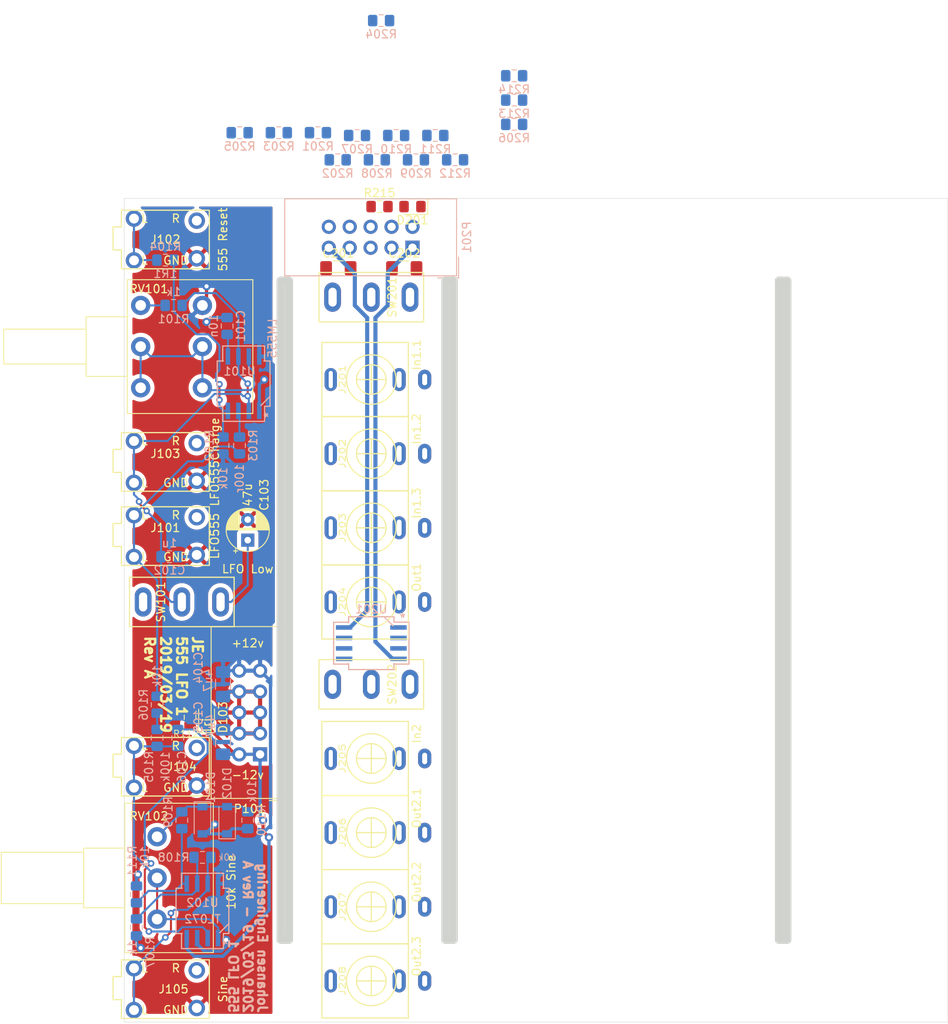
<source format=kicad_pcb>
(kicad_pcb (version 20171130) (host pcbnew "(5.1.0)-1")
  (title_block (title "LFO 1") (date 2019-03-18) (rev "Rev A") (company "Johansen Engineering"))
  (layers (0 F.Cu signal) (31 B.Cu signal) (34 B.Paste user) (35 F.Paste user) (36 B.SilkS user) (37 F.SilkS user) (38 B.Mask user) (39 F.Mask user) (44 Edge.Cuts user))
  (net 0 "")
  (net 1 GND)
  (net 2 "Net-(C101-Pad1)")
  (net 3 "Net-(C103-Pad1)")
  (net 4 "Net-(R101-Pad1)")
  (net 5 "Net-(R102-Pad1)")
  (net 6 +12V)
  (net 7 "Net-(R103-Pad2)")
  (net 8 "Net-(RV101-Pad2)")
  (net 9 -12V)
  (net 10 Charge)
  (net 11 Tri)
  (net 12 "Net-(C106-Pad2)")
  (net 13 "Net-(D101-Pad1)")
  (net 14 Square)
  (net 15 Reset)
  (net 16 Sine)
  (net 17 "Net-(R107-Pad2)")
  (net 18 "Net-(R109-Pad2)")
  (net 19 "Net-(J201-PadT)")
  (net 20 "Net-(J202-PadT)")
  (net 21 "Net-(J203-PadT)")
  (net 22 "Net-(J204-PadT)")
  (net 23 "Net-(J205-PadT)")
  (net 24 "Net-(J206-PadT)")
  (net 25 "Net-(J207-PadT)")
  (net 26 "Net-(J208-PadT)")
  (net 27 "Net-(R201-Pad1)")
  (net 28 Out1)
  (net 29 In1)
  (net 30 "Net-(R206-Pad2)")
  (net 31 "Net-(R208-Pad1)")
  (net 32 Out2)
  (net 33 In2)
  (net 34 "Net-(R212-Pad2)")
  (net 35 +12L)
  (net 36 -12VA)
  (net 37 "Net-(D103-Pad2)")
  (net 38 "Net-(D201-Pad2)")
  (module Capacitor_SMD:C_0805_2012Metric_Pad1.15x1.40mm_HandSolder (layer B.Cu) (at 62.5 65.5 90)
    (fp_text reference C101 (at 0 1.65 90) (layer B.SilkS) (effects (justify mirror)))
    (fp_text value 10n (at 0 -1.65 90) (layer B.SilkS) (effects (justify mirror)))
    (pad 2 smd roundrect (at 1.025 0 90) (size 1.15 1.4) (layers B.Cu B.Paste B.Mask) (roundrect_rratio 0.217391) (net 1 GND))
    (pad 1 smd roundrect (at -1.025 0 90) (size 1.15 1.4) (layers B.Cu B.Paste B.Mask) (roundrect_rratio 0.217391) (net 2 "Net-(C101-Pad1)"))
  )
  (module Capacitor_SMD:C_0805_2012Metric_Pad1.15x1.40mm_HandSolder (layer B.Cu) (at 55.5 93.5)
    (fp_text reference C102 (at 0 1.65) (layer B.SilkS) (effects (justify mirror)))
    (fp_text value 1u (at 0 -1.65) (layer B.SilkS) (effects (justify mirror)))
    (pad 1 smd roundrect (at -1.025 0) (size 1.15 1.4) (layers B.Cu B.Paste B.Mask) (roundrect_rratio 0.217391) (net 10 Charge))
    (pad 2 smd roundrect (at 1.025 0) (size 1.15 1.4) (layers B.Cu B.Paste B.Mask) (roundrect_rratio 0.217391) (net 1 GND))
  )
  (module Capacitor_THT:CP_Radial_D5.0mm_P2.50mm (layer F.Cu) (at 65 91.5 90)
    (fp_text reference C103 (at 5.5 2 90) (layer F.SilkS))
    (fp_text value 47u (at 5.5 0 90) (layer F.SilkS))
    (pad 1 thru_hole rect (at 0 0 90) (size 1.6 1.6) (drill 0.8) (layers *.Cu *.Mask) (net 3 "Net-(C103-Pad1)"))
    (pad 2 thru_hole circle (at 2.5 0 90) (size 1.6 1.6) (drill 0.8) (layers *.Cu *.Mask) (net 1 GND))
  )
  (module Resistor_SMD:R_0805_2012Metric_Pad1.15x1.40mm_HandSolder (layer B.Cu) (at 56 63)
    (fp_text reference R101 (at 0 1.65) (layer B.SilkS) (effects (justify mirror)))
    (fp_text value 1k (at 0 -1.65) (layer B.SilkS) (effects (justify mirror)))
    (pad 1 smd roundrect (at -1.025 0) (size 1.15 1.4) (layers B.Cu B.Paste B.Mask) (roundrect_rratio 0.217391) (net 4 "Net-(R101-Pad1)"))
    (pad 2 smd roundrect (at 1.025 0) (size 1.15 1.4) (layers B.Cu B.Paste B.Mask) (roundrect_rratio 0.217391) (net 10 Charge))
  )
  (module Resistor_SMD:R_0805_2012Metric_Pad1.15x1.40mm_HandSolder (layer B.Cu) (at 62 80 270)
    (fp_text reference R102 (at 0 1.65 270) (layer B.SilkS) (effects (justify mirror)))
    (fp_text value 10k (at 4 0 270) (layer B.SilkS) (effects (justify mirror)))
    (pad 1 smd roundrect (at -1.025 0 270) (size 1.15 1.4) (layers B.Cu B.Paste B.Mask) (roundrect_rratio 0.217391) (net 5 "Net-(R102-Pad1)"))
    (pad 2 smd roundrect (at 1.025 0 270) (size 1.15 1.4) (layers B.Cu B.Paste B.Mask) (roundrect_rratio 0.217391) (net 6 +12V))
  )
  (module Resistor_SMD:R_0805_2012Metric_Pad1.15x1.40mm_HandSolder (layer B.Cu) (at 64 80 90)
    (fp_text reference R103 (at 0 1.65 90) (layer B.SilkS) (effects (justify mirror)))
    (fp_text value 100r (at -4 0 90) (layer B.SilkS) (effects (justify mirror)))
    (pad 2 smd roundrect (at 1.025 0 90) (size 1.15 1.4) (layers B.Cu B.Paste B.Mask) (roundrect_rratio 0.217391) (net 7 "Net-(R103-Pad2)"))
    (pad 1 smd roundrect (at -1.025 0 90) (size 1.15 1.4) (layers B.Cu B.Paste B.Mask) (roundrect_rratio 0.217391) (net 14 Square))
  )
  (module Resistor_SMD:R_0805_2012Metric_Pad1.15x1.40mm_HandSolder (layer B.Cu) (at 55 57.5 180)
    (fp_text reference R104 (at 0 1.65 180) (layer B.SilkS) (effects (justify mirror)))
    (fp_text value 1R1 (at 0 -1.65 180) (layer B.SilkS) (effects (justify mirror)))
    (pad 2 smd roundrect (at 1.025 0 180) (size 1.15 1.4) (layers B.Cu B.Paste B.Mask) (roundrect_rratio 0.217391) (net 15 Reset))
    (pad 1 smd roundrect (at -1.025 0 180) (size 1.15 1.4) (layers B.Cu B.Paste B.Mask) (roundrect_rratio 0.217391) (net 5 "Net-(R102-Pad1)"))
  )
  (module Potentiometer_THT:Potentiometer_Piher_T-16H_Double_Horizontal (layer F.Cu) (at 52 63 180)
    (fp_text reference RV101 (at -1 2 180) (layer F.SilkS))
    (fp_text value 200k)
    (pad 3 thru_hole circle (at 0 -10 180) (size 2.34 2.34) (drill 1.3) (layers *.Cu *.Mask) (net 8 "Net-(RV101-Pad2)"))
    (pad 2 thru_hole circle (at 0 -5 180) (size 2.34 2.34) (drill 1.3) (layers *.Cu *.Mask) (net 8 "Net-(RV101-Pad2)"))
    (pad 1 thru_hole circle (at 0 0 180) (size 2.34 2.34) (drill 1.3) (layers *.Cu *.Mask) (net 4 "Net-(R101-Pad1)"))
    (pad 6 thru_hole circle (at -7.5 -10 180) (size 2.34 2.34) (drill 1.3) (layers *.Cu *.Mask) (net 8 "Net-(RV101-Pad2)"))
    (pad 5 thru_hole circle (at -7.5 -5 180) (size 2.34 2.34) (drill 1.3) (layers *.Cu *.Mask) (net 8 "Net-(RV101-Pad2)"))
    (pad 4 thru_hole circle (at -7.5 0 180) (size 2.34 2.34) (drill 1.3) (layers *.Cu *.Mask) (net 6 +12V))
  )
  (module AJ-Dropbox-Kicad:AudioJack3StereoNarrow-PJ-321 (layer F.Cu) (at 55 91)
    (fp_text reference J101 (at 0 -1 180) (layer F.SilkS))
    (fp_text value LFO555 (at 6 0 90) (layer F.SilkS))
    (fp_text user GND (at 1.27 2.54) (layer F.SilkS))
    (fp_text user L (at -2.54 2.54) (layer F.SilkS))
    (fp_text user L (at -2.54 -2.54) (layer F.SilkS))
    (fp_text user R (at 1.27 -2.54) (layer F.SilkS))
    (pad S thru_hole circle (at 3.81 2.286) (size 2 2) (drill 1.2) (layers *.Cu *.Mask) (net 1 GND))
    (pad R thru_hole circle (at 3.81 -2.286) (size 2 2) (drill 1.2) (layers *.Cu *.Mask))
    (pad T thru_hole circle (at -3.81 2.54) (size 2 2) (drill 1.2) (layers *.Cu *.Mask) (net 14 Square))
    (pad T thru_hole circle (at -3.81 -2.54) (size 2 2) (drill 1.2) (layers *.Cu *.Mask) (net 14 Square))
  )
  (module AJ-Dropbox-Kicad:AudioJack3StereoNarrow-PJ-321 (layer F.Cu) (at 55 55)
    (fp_text reference J102 (at 0 0 180) (layer F.SilkS))
    (fp_text value "555 Reset" (at 7 0 90) (layer F.SilkS))
    (fp_text user R (at 1.27 -2.54) (layer F.SilkS))
    (fp_text user L (at -2.54 -2.54) (layer F.SilkS))
    (fp_text user L (at -2.54 2.54) (layer F.SilkS))
    (fp_text user GND (at 1.27 2.54) (layer F.SilkS))
    (pad T thru_hole circle (at -3.81 -2.54) (size 2 2) (drill 1.2) (layers *.Cu *.Mask) (net 15 Reset))
    (pad T thru_hole circle (at -3.81 2.54) (size 2 2) (drill 1.2) (layers *.Cu *.Mask) (net 15 Reset))
    (pad R thru_hole circle (at 3.81 -2.286) (size 2 2) (drill 1.2) (layers *.Cu *.Mask))
    (pad S thru_hole circle (at 3.81 2.286) (size 2 2) (drill 1.2) (layers *.Cu *.Mask) (net 1 GND))
  )
  (module AJ-Dropbox-Kicad:AudioJack3StereoNarrow-PJ-321 (layer F.Cu) (at 55 82)
    (fp_text reference J103 (at 0 -1 180) (layer F.SilkS))
    (fp_text value LFO555Charge (at 6 0 90) (layer F.SilkS))
    (fp_text user R (at 1.27 -2.54) (layer F.SilkS))
    (fp_text user L (at -2.54 -2.54) (layer F.SilkS))
    (fp_text user L (at -2.54 2.54) (layer F.SilkS))
    (fp_text user GND (at 1.27 2.54) (layer F.SilkS))
    (pad T thru_hole circle (at -3.81 -2.54) (size 2 2) (drill 1.2) (layers *.Cu *.Mask) (net 10 Charge))
    (pad T thru_hole circle (at -3.81 2.54) (size 2 2) (drill 1.2) (layers *.Cu *.Mask) (net 10 Charge))
    (pad R thru_hole circle (at 3.81 -2.286) (size 2 2) (drill 1.2) (layers *.Cu *.Mask))
    (pad S thru_hole circle (at 3.81 2.286) (size 2 2) (drill 1.2) (layers *.Cu *.Mask) (net 1 GND))
  )
  (module AJ-Dropbox-Kicad:SP1MS1 (layer F.Cu) (at 57 99 270)
    (fp_text reference SW101 (at 0 2.54 270) (layer F.SilkS))
    (fp_text value "LFO Low" (at -4 -8) (layer F.SilkS))
    (pad 3 thru_hole oval (at 0 -4.7 270) (size 3.556 2.032) (drill oval 2.3 1) (layers *.Cu *.Mask) (net 3 "Net-(C103-Pad1)"))
    (pad 2 thru_hole oval (at 0 0 270) (size 3.556 2.032) (drill oval 2.3 1) (layers *.Cu *.Mask) (net 10 Charge))
    (pad 1 thru_hole oval (at 0 4.7 270) (size 3.556 2.032) (drill oval 2.3 1) (layers *.Cu *.Mask))
  )
  (module AJ-Dropbox-Kicad:AJ_SO-8_5.3x6.2mm_P1.27mm (layer B.Cu) (at 64.5 72.5 90)
    (fp_text reference U101 (at 1.5 -0.5 180) (layer B.SilkS) (effects (justify mirror)))
    (fp_text value LM555 (at 5.5 3.5 270) (layer B.SilkS) (effects (justify mirror)))
    (fp_text user * (at -3.81 3.048 90) (layer B.SilkS) (effects (justify mirror)))
    (pad 1 smd rect (at -3.3 1.905 90) (size 2 0.55) (layers B.Cu B.Paste B.Mask) (net 1 GND))
    (pad 2 smd rect (at -3.3 0.635 90) (size 2 0.55) (layers B.Cu B.Paste B.Mask) (net 10 Charge))
    (pad 3 smd rect (at -3.3 -0.635 90) (size 2 0.55) (layers B.Cu B.Paste B.Mask) (net 7 "Net-(R103-Pad2)"))
    (pad 4 smd rect (at -3.3 -1.905 90) (size 2 0.55) (layers B.Cu B.Paste B.Mask) (net 5 "Net-(R102-Pad1)"))
    (pad 5 smd rect (at 3.3 -1.905 90) (size 2 0.55) (layers B.Cu B.Paste B.Mask) (net 2 "Net-(C101-Pad1)"))
    (pad 6 smd rect (at 3.3 -0.635 90) (size 2 0.55) (layers B.Cu B.Paste B.Mask) (net 10 Charge))
    (pad 7 smd rect (at 3.3 0.635 90) (size 2 0.55) (layers B.Cu B.Paste B.Mask) (net 8 "Net-(RV101-Pad2)"))
    (pad 8 smd rect (at 3.3 1.905 90) (size 2 0.55) (layers B.Cu B.Paste B.Mask) (net 6 +12V))
  )
  (module Connector_IDC:IDC-Header_2x05_P2.54mm_Vertical (layer F.Cu) (at 66.5 117.5 180)
    (fp_text reference P101 (at 1.27 -6.604 180) (layer F.SilkS))
    (fp_text value HEADER_2x5_Doepfer)
    (pad 1 thru_hole rect (at 0 0 180) (size 1.7272 1.7272) (drill 1.016) (layers *.Cu *.Mask) (net 9 -12V))
    (pad 2 thru_hole oval (at 2.54 0 180) (size 1.7272 1.7272) (drill 1.016) (layers *.Cu *.Mask) (net 9 -12V))
    (pad 3 thru_hole oval (at 0 2.54 180) (size 1.7272 1.7272) (drill 1.016) (layers *.Cu *.Mask) (net 1 GND))
    (pad 4 thru_hole oval (at 2.54 2.54 180) (size 1.7272 1.7272) (drill 1.016) (layers *.Cu *.Mask) (net 1 GND))
    (pad 5 thru_hole oval (at 0 5.08 180) (size 1.7272 1.7272) (drill 1.016) (layers *.Cu *.Mask) (net 1 GND))
    (pad 6 thru_hole oval (at 2.54 5.08 180) (size 1.7272 1.7272) (drill 1.016) (layers *.Cu *.Mask) (net 1 GND))
    (pad 7 thru_hole oval (at 0 7.62 180) (size 1.7272 1.7272) (drill 1.016) (layers *.Cu *.Mask) (net 1 GND))
    (pad 8 thru_hole oval (at 2.54 7.62 180) (size 1.7272 1.7272) (drill 1.016) (layers *.Cu *.Mask) (net 1 GND))
    (pad 9 thru_hole oval (at 0 10.16 180) (size 1.7272 1.7272) (drill 1.016) (layers *.Cu *.Mask) (net 6 +12V))
    (pad 10 thru_hole oval (at 2.54 10.16 180) (size 1.7272 1.7272) (drill 1.016) (layers *.Cu *.Mask) (net 6 +12V))
  )
  (module AJ-Dropbox-Kicad:AJ_SO-8_5.3x6.2mm_P1.27mm (layer B.Cu) (at 59.5 136.5 90)
    (fp_text reference U102 (at 1 0 180) (layer B.SilkS) (effects (justify mirror)))
    (fp_text value TL072 (at -1 0 180) (layer B.SilkS) (effects (justify mirror)))
    (fp_text user * (at -3.81 3.048 90) (layer B.SilkS) (effects (justify mirror)))
    (pad 1 smd rect (at -3.3 1.905 90) (size 2 0.55) (layers B.Cu B.Paste B.Mask) (net 11 Tri))
    (pad 2 smd rect (at -3.3 0.635 90) (size 2 0.55) (layers B.Cu B.Paste B.Mask) (net 12 "Net-(C106-Pad2)"))
    (pad 3 smd rect (at -3.3 -0.635 90) (size 2 0.55) (layers B.Cu B.Paste B.Mask) (net 1 GND))
    (pad 4 smd rect (at -3.3 -1.905 90) (size 2 0.55) (layers B.Cu B.Paste B.Mask) (net 9 -12V))
    (pad 5 smd rect (at 3.3 -1.905 90) (size 2 0.55) (layers B.Cu B.Paste B.Mask) (net 18 "Net-(R109-Pad2)"))
    (pad 6 smd rect (at 3.3 -0.635 90) (size 2 0.55) (layers B.Cu B.Paste B.Mask) (net 17 "Net-(R107-Pad2)"))
    (pad 7 smd rect (at 3.3 0.635 90) (size 2 0.55) (layers B.Cu B.Paste B.Mask) (net 16 Sine))
    (pad 8 smd rect (at 3.3 1.905 90) (size 2 0.55) (layers B.Cu B.Paste B.Mask) (net 6 +12V))
  )
  (module Capacitor_SMD:C_1206_3216Metric_Pad1.42x1.75mm_HandSolder (layer B.Cu) (at 62 109 90)
    (fp_text reference C104 (at 2 -3 90) (layer B.SilkS) (effects (justify mirror)))
    (fp_text value 4u7 (at 0.5 -1.82 90) (layer B.SilkS) (effects (justify mirror)))
    (pad 1 smd roundrect (at -1.4875 0 90) (size 1.425 1.75) (layers B.Cu B.Paste B.Mask) (roundrect_rratio 0.175439) (net 1 GND))
    (pad 2 smd roundrect (at 1.4875 0 90) (size 1.425 1.75) (layers B.Cu B.Paste B.Mask) (roundrect_rratio 0.175439) (net 6 +12V))
  )
  (module Capacitor_SMD:C_1206_3216Metric_Pad1.42x1.75mm_HandSolder (layer B.Cu) (at 62 116 90)
    (fp_text reference C105 (at 3 -3 90) (layer B.SilkS) (effects (justify mirror)))
    (fp_text value 4u7 (at 2 -1.5 90) (layer B.SilkS) (effects (justify mirror)))
    (pad 2 smd roundrect (at 1.4875 0 90) (size 1.425 1.75) (layers B.Cu B.Paste B.Mask) (roundrect_rratio 0.175439) (net 1 GND))
    (pad 1 smd roundrect (at -1.4875 0 90) (size 1.425 1.75) (layers B.Cu B.Paste B.Mask) (roundrect_rratio 0.175439) (net 9 -12V))
  )
  (module Capacitor_SMD:C_0805_2012Metric_Pad1.15x1.40mm_HandSolder (layer B.Cu) (at 56.5 115.5 90)
    (fp_text reference C106 (at -3.5 0.5 90) (layer B.SilkS) (effects (justify mirror)))
    (fp_text value 470n)
    (pad 1 smd roundrect (at -1.025 0 90) (size 1.15 1.4) (layers B.Cu B.Paste B.Mask) (roundrect_rratio 0.217391) (net 11 Tri))
    (pad 2 smd roundrect (at 1.025 0 90) (size 1.15 1.4) (layers B.Cu B.Paste B.Mask) (roundrect_rratio 0.217391) (net 12 "Net-(C106-Pad2)"))
  )
  (module Diode_SMD:D_SOD-123 (layer B.Cu) (at 59.5 125.5 270)
    (fp_text reference D101 (at -4 -1 270) (layer B.SilkS) (effects (justify mirror)))
    (fp_text value 1N4148W)
    (pad 2 smd rect (at 1.65 0 270) (size 0.9 1.2) (layers B.Cu B.Paste B.Mask) (net 1 GND))
    (pad 1 smd rect (at -1.65 0 270) (size 0.9 1.2) (layers B.Cu B.Paste B.Mask) (net 13 "Net-(D101-Pad1)"))
  )
  (module Diode_SMD:D_SOD-123 (layer B.Cu) (at 62.5 125.5 90)
    (fp_text reference D102 (at 4.5 0 90) (layer B.SilkS) (effects (justify mirror)))
    (fp_text value 1N4148W)
    (pad 1 smd rect (at -1.65 0 90) (size 0.9 1.2) (layers B.Cu B.Paste B.Mask) (net 1 GND))
    (pad 2 smd rect (at 1.65 0 90) (size 0.9 1.2) (layers B.Cu B.Paste B.Mask) (net 13 "Net-(D101-Pad1)"))
  )
  (module AJ-Dropbox-Kicad:AudioJack3StereoNarrow-PJ-321 (layer F.Cu) (at 55 119)
    (fp_text reference J104 (at 2 0 180) (layer F.SilkS))
    (fp_text value Tri (at 5 -5 90) (layer F.SilkS))
    (fp_text user GND (at 1.27 2.54) (layer F.SilkS))
    (fp_text user L (at -2.54 2.54) (layer F.SilkS))
    (fp_text user L (at -2.54 -2.54) (layer F.SilkS))
    (fp_text user R (at 1.27 -2.54) (layer F.SilkS))
    (pad S thru_hole circle (at 3.81 2.286) (size 2 2) (drill 1.2) (layers *.Cu *.Mask) (net 1 GND))
    (pad R thru_hole circle (at 3.81 -2.286) (size 2 2) (drill 1.2) (layers *.Cu *.Mask))
    (pad T thru_hole circle (at -3.81 2.54) (size 2 2) (drill 1.2) (layers *.Cu *.Mask) (net 11 Tri))
    (pad T thru_hole circle (at -3.81 -2.54) (size 2 2) (drill 1.2) (layers *.Cu *.Mask) (net 11 Tri))
  )
  (module AJ-Dropbox-Kicad:AudioJack3StereoNarrow-PJ-321 (layer F.Cu) (at 55 146)
    (fp_text reference J105 (at 1 0 180) (layer F.SilkS))
    (fp_text value Sine (at 7 0 90) (layer F.SilkS))
    (fp_text user R (at 1.27 -2.54) (layer F.SilkS))
    (fp_text user L (at -2.54 -2.54) (layer F.SilkS))
    (fp_text user L (at -2.54 2.54) (layer F.SilkS))
    (fp_text user GND (at 1.27 2.54) (layer F.SilkS))
    (pad T thru_hole circle (at -3.81 -2.54) (size 2 2) (drill 1.2) (layers *.Cu *.Mask) (net 16 Sine))
    (pad T thru_hole circle (at -3.81 2.54) (size 2 2) (drill 1.2) (layers *.Cu *.Mask) (net 16 Sine))
    (pad R thru_hole circle (at 3.81 -2.286) (size 2 2) (drill 1.2) (layers *.Cu *.Mask))
    (pad S thru_hole circle (at 3.81 2.286) (size 2 2) (drill 1.2) (layers *.Cu *.Mask) (net 1 GND))
  )
  (module Resistor_SMD:R_0805_2012Metric_Pad1.15x1.40mm_HandSolder (layer B.Cu) (at 54 115.5 270)
    (fp_text reference R105 (at 3.5 1 270) (layer B.SilkS) (effects (justify mirror)))
    (fp_text value 100k (at 3.5 -1 270) (layer B.SilkS) (effects (justify mirror)))
    (pad 1 smd roundrect (at -1.025 0 270) (size 1.15 1.4) (layers B.Cu B.Paste B.Mask) (roundrect_rratio 0.217391) (net 12 "Net-(C106-Pad2)"))
    (pad 2 smd roundrect (at 1.025 0 270) (size 1.15 1.4) (layers B.Cu B.Paste B.Mask) (roundrect_rratio 0.217391) (net 11 Tri))
  )
  (module Resistor_SMD:R_0805_2012Metric_Pad1.15x1.40mm_HandSolder (layer B.Cu) (at 54 111.475 270)
    (fp_text reference R106 (at 0 1.65 270) (layer B.SilkS) (effects (justify mirror)))
    (fp_text value 10k (at -3.475 0 270) (layer B.SilkS) (effects (justify mirror)))
    (pad 2 smd roundrect (at 1.025 0 270) (size 1.15 1.4) (layers B.Cu B.Paste B.Mask) (roundrect_rratio 0.217391) (net 12 "Net-(C106-Pad2)"))
    (pad 1 smd roundrect (at -1.025 0 270) (size 1.15 1.4) (layers B.Cu B.Paste B.Mask) (roundrect_rratio 0.217391) (net 14 Square))
  )
  (module Resistor_SMD:R_0805_2012Metric_Pad1.15x1.40mm_HandSolder (layer B.Cu) (at 51.5 138.5 90)
    (fp_text reference R107 (at -3 1.65 90) (layer B.SilkS) (effects (justify mirror)))
    (fp_text value 1k (at -2.5 -0.5 90) (layer B.SilkS) (effects (justify mirror)))
    (pad 1 smd roundrect (at -1.025 0 90) (size 1.15 1.4) (layers B.Cu B.Paste B.Mask) (roundrect_rratio 0.217391) (net 1 GND))
    (pad 2 smd roundrect (at 1.025 0 90) (size 1.15 1.4) (layers B.Cu B.Paste B.Mask) (roundrect_rratio 0.217391) (net 17 "Net-(R107-Pad2)"))
  )
  (module Resistor_SMD:R_0805_2012Metric_Pad1.15x1.40mm_HandSolder (layer B.Cu) (at 59.5 130)
    (fp_text reference R108 (at -3.5 0) (layer B.SilkS) (effects (justify mirror)))
    (fp_text value 10k (at 3 0) (layer B.SilkS) (effects (font (size 0.8 0.8) (thickness 0.1)) (justify mirror)))
    (pad 1 smd roundrect (at -1.025 0) (size 1.15 1.4) (layers B.Cu B.Paste B.Mask) (roundrect_rratio 0.217391) (net 17 "Net-(R107-Pad2)"))
    (pad 2 smd roundrect (at 1.025 0) (size 1.15 1.4) (layers B.Cu B.Paste B.Mask) (roundrect_rratio 0.217391) (net 16 Sine))
  )
  (module Resistor_SMD:R_0805_2012Metric_Pad1.15x1.40mm_HandSolder (layer B.Cu) (at 57 125.5 270)
    (fp_text reference R109 (at -1 1.65 270) (layer B.SilkS) (effects (justify mirror)))
    (fp_text value 1k)
    (pad 2 smd roundrect (at 1.025 0 270) (size 1.15 1.4) (layers B.Cu B.Paste B.Mask) (roundrect_rratio 0.217391) (net 18 "Net-(R109-Pad2)"))
    (pad 1 smd roundrect (at -1.025 0 270) (size 1.15 1.4) (layers B.Cu B.Paste B.Mask) (roundrect_rratio 0.217391) (net 13 "Net-(D101-Pad1)"))
  )
  (module Resistor_SMD:R_0805_2012Metric_Pad1.15x1.40mm_HandSolder (layer B.Cu) (at 65 125.5 90)
    (fp_text reference R110 (at 0 1.65 90) (layer B.SilkS) (effects (justify mirror)))
    (fp_text value 10k (at 3.5 0.5 90) (layer B.SilkS) (effects (justify mirror)))
    (pad 2 smd roundrect (at 1.025 0 90) (size 1.15 1.4) (layers B.Cu B.Paste B.Mask) (roundrect_rratio 0.217391) (net 13 "Net-(D101-Pad1)"))
    (pad 1 smd roundrect (at -1.025 0 90) (size 1.15 1.4) (layers B.Cu B.Paste B.Mask) (roundrect_rratio 0.217391) (net 1 GND))
  )
  (module Resistor_SMD:R_0805_2012Metric_Pad1.15x1.40mm_HandSolder (layer B.Cu) (at 51.5 134.5 270)
    (fp_text reference R111 (at -4 0.5 270) (layer B.SilkS) (effects (justify mirror)))
    (fp_text value 10k (at -4.5 -1 270) (layer B.SilkS) (effects (justify mirror)))
    (pad 1 smd roundrect (at -1.025 0 270) (size 1.15 1.4) (layers B.Cu B.Paste B.Mask) (roundrect_rratio 0.217391) (net 1 GND))
    (pad 2 smd roundrect (at 1.025 0 270) (size 1.15 1.4) (layers B.Cu B.Paste B.Mask) (roundrect_rratio 0.217391) (net 18 "Net-(R109-Pad2)"))
  )
  (module Potentiometer_THT:Potentiometer_Alps_RK163_Single_Horizontal (layer F.Cu) (at 54 127.5 180)
    (fp_text reference RV102 (at 1 2.5 180) (layer F.SilkS))
    (fp_text value "10k Sine" (at -9 -5.5 270) (layer F.SilkS))
    (pad 3 thru_hole circle (at 0 -10 180) (size 2.34 2.34) (drill 1.3) (layers *.Cu *.Mask) (net 11 Tri))
    (pad 2 thru_hole circle (at 0 -5 180) (size 2.34 2.34) (drill 1.3) (layers *.Cu *.Mask) (net 11 Tri))
    (pad 1 thru_hole circle (at 0 0 180) (size 2.34 2.34) (drill 1.3) (layers *.Cu *.Mask) (net 13 "Net-(D101-Pad1)"))
  )
  (module Capacitor_SMD:C_1206_3216Metric_Pad1.42x1.75mm_HandSolder (layer F.Cu) (at 76 58.5)
    (fp_text reference C201 (at 0 -1.82) (layer F.SilkS))
    (fp_text value 1u)
    (pad 2 smd roundrect (at 1.4875 0) (size 1.425 1.75) (layers F.Cu F.Paste F.Mask) (roundrect_rratio 0.175439) (net 1 GND))
    (pad 1 smd roundrect (at -1.4875 0) (size 1.425 1.75) (layers F.Cu F.Paste F.Mask) (roundrect_rratio 0.175439) (net 35 +12L))
  )
  (module Capacitor_SMD:C_1206_3216Metric_Pad1.42x1.75mm_HandSolder (layer F.Cu) (at 84 58.5)
    (fp_text reference C202 (at 0 -1.82) (layer F.SilkS))
    (fp_text value 1u)
    (pad 1 smd roundrect (at -1.4875 0) (size 1.425 1.75) (layers F.Cu F.Paste F.Mask) (roundrect_rratio 0.175439) (net 1 GND))
    (pad 2 smd roundrect (at 1.4875 0) (size 1.425 1.75) (layers F.Cu F.Paste F.Mask) (roundrect_rratio 0.175439) (net 36 -12VA))
  )
  (module AJ-Dropbox-Kicad:PJ301SM (layer F.Cu) (at 80 72 90)
    (fp_text reference J201 (at 0 -3.5 90) (layer F.SilkS) (effects (font (size 0.75 1) (thickness 0.125))))
    (fp_text value In1.1 (at 3 5.5 90) (layer F.SilkS))
    (pad T thru_hole oval (at 0 -4.92 90) (size 2.8 1.5) (drill oval 2.1 0.5) (layers *.Cu *.Mask) (net 19 "Net-(J201-PadT)"))
    (pad S thru_hole oval (at 0 6.48 90) (size 2.4 1.6) (drill oval 1.4 0.6) (layers *.Cu *.Mask) (net 1 GND))
    (pad TN thru_hole oval (at 0 3.38 90) (size 2.8 1.6) (drill oval 2 0.6) (layers *.Cu *.Mask) (net 1 GND))
  )
  (module AJ-Dropbox-Kicad:PJ301SM (layer F.Cu) (at 80 81 90)
    (fp_text reference J202 (at 0 -3.5 90) (layer F.SilkS) (effects (font (size 0.75 1) (thickness 0.125))))
    (fp_text value In1.2 (at 3 5.5 90) (layer F.SilkS))
    (pad TN thru_hole oval (at 0 3.38 90) (size 2.8 1.6) (drill oval 2 0.6) (layers *.Cu *.Mask) (net 1 GND))
    (pad S thru_hole oval (at 0 6.48 90) (size 2.4 1.6) (drill oval 1.4 0.6) (layers *.Cu *.Mask) (net 1 GND))
    (pad T thru_hole oval (at 0 -4.92 90) (size 2.8 1.5) (drill oval 2.1 0.5) (layers *.Cu *.Mask) (net 20 "Net-(J202-PadT)"))
  )
  (module AJ-Dropbox-Kicad:PJ301SM (layer F.Cu) (at 80 90 90)
    (fp_text reference J203 (at 0 -3.5 90) (layer F.SilkS) (effects (font (size 0.75 1) (thickness 0.125))))
    (fp_text value In1.3 (at 3 5.5 90) (layer F.SilkS))
    (pad T thru_hole oval (at 0 -4.92 90) (size 2.8 1.5) (drill oval 2.1 0.5) (layers *.Cu *.Mask) (net 21 "Net-(J203-PadT)"))
    (pad S thru_hole oval (at 0 6.48 90) (size 2.4 1.6) (drill oval 1.4 0.6) (layers *.Cu *.Mask) (net 1 GND))
    (pad TN thru_hole oval (at 0 3.38 90) (size 2.8 1.6) (drill oval 2 0.6) (layers *.Cu *.Mask) (net 1 GND))
  )
  (module AJ-Dropbox-Kicad:PJ301SM (layer F.Cu) (at 80 99 90)
    (fp_text reference J204 (at 0 -3.5 90) (layer F.SilkS) (effects (font (size 0.75 1) (thickness 0.125))))
    (fp_text value Out1 (at 3 5.5 90) (layer F.SilkS))
    (pad T thru_hole oval (at 0 -4.92 90) (size 2.8 1.5) (drill oval 2.1 0.5) (layers *.Cu *.Mask) (net 22 "Net-(J204-PadT)"))
    (pad S thru_hole oval (at 0 6.48 90) (size 2.4 1.6) (drill oval 1.4 0.6) (layers *.Cu *.Mask) (net 1 GND))
    (pad TN thru_hole oval (at 0 3.38 90) (size 2.8 1.6) (drill oval 2 0.6) (layers *.Cu *.Mask))
  )
  (module AJ-Dropbox-Kicad:PJ301SM (layer F.Cu) (at 80 118 90)
    (fp_text reference J205 (at 0 -3.5 90) (layer F.SilkS) (effects (font (size 0.75 1) (thickness 0.125))))
    (fp_text value In2 (at 3 5.5 90) (layer F.SilkS))
    (pad TN thru_hole oval (at 0 3.38 90) (size 2.8 1.6) (drill oval 2 0.6) (layers *.Cu *.Mask) (net 22 "Net-(J204-PadT)"))
    (pad S thru_hole oval (at 0 6.48 90) (size 2.4 1.6) (drill oval 1.4 0.6) (layers *.Cu *.Mask) (net 1 GND))
    (pad T thru_hole oval (at 0 -4.92 90) (size 2.8 1.5) (drill oval 2.1 0.5) (layers *.Cu *.Mask) (net 23 "Net-(J205-PadT)"))
  )
  (module AJ-Dropbox-Kicad:PJ301SM (layer F.Cu) (at 80 127 90)
    (fp_text reference J206 (at 0 -3.5 90) (layer F.SilkS) (effects (font (size 0.75 1) (thickness 0.125))))
    (fp_text value Out2.1 (at 3 5.5 90) (layer F.SilkS))
    (pad TN thru_hole oval (at 0 3.38 90) (size 2.8 1.6) (drill oval 2 0.6) (layers *.Cu *.Mask))
    (pad S thru_hole oval (at 0 6.48 90) (size 2.4 1.6) (drill oval 1.4 0.6) (layers *.Cu *.Mask) (net 1 GND))
    (pad T thru_hole oval (at 0 -4.92 90) (size 2.8 1.5) (drill oval 2.1 0.5) (layers *.Cu *.Mask) (net 24 "Net-(J206-PadT)"))
  )
  (module AJ-Dropbox-Kicad:PJ301SM (layer F.Cu) (at 80 136 90)
    (fp_text reference J207 (at 0 -3.5 90) (layer F.SilkS) (effects (font (size 0.75 1) (thickness 0.125))))
    (fp_text value Out2.2 (at 3 5.5 90) (layer F.SilkS))
    (pad TN thru_hole oval (at 0 3.38 90) (size 2.8 1.6) (drill oval 2 0.6) (layers *.Cu *.Mask))
    (pad S thru_hole oval (at 0 6.48 90) (size 2.4 1.6) (drill oval 1.4 0.6) (layers *.Cu *.Mask) (net 1 GND))
    (pad T thru_hole oval (at 0 -4.92 90) (size 2.8 1.5) (drill oval 2.1 0.5) (layers *.Cu *.Mask) (net 25 "Net-(J207-PadT)"))
  )
  (module AJ-Dropbox-Kicad:PJ301SM (layer F.Cu) (at 80 145 90)
    (fp_text reference J208 (at 0 -3.5 90) (layer F.SilkS) (effects (font (size 0.75 1) (thickness 0.125))))
    (fp_text value Out2.3 (at 3 5.5 90) (layer F.SilkS))
    (pad T thru_hole oval (at 0 -4.92 90) (size 2.8 1.5) (drill oval 2.1 0.5) (layers *.Cu *.Mask) (net 26 "Net-(J208-PadT)"))
    (pad S thru_hole oval (at 0 6.48 90) (size 2.4 1.6) (drill oval 1.4 0.6) (layers *.Cu *.Mask) (net 1 GND))
    (pad TN thru_hole oval (at 0 3.38 90) (size 2.8 1.6) (drill oval 2 0.6) (layers *.Cu *.Mask))
  )
  (module Connector_IDC:IDC-Header_2x05_P2.54mm_Vertical (layer B.Cu) (at 85 56 90)
    (fp_text reference P201 (at 1.27 6.604 90) (layer B.SilkS) (effects (justify mirror)))
    (fp_text value HEADER_2x5_Doepfer)
    (pad 1 thru_hole rect (at 0 0 90) (size 1.7272 1.7272) (drill 1.016) (layers *.Cu *.Mask) (net 36 -12VA))
    (pad 2 thru_hole oval (at 2.54 0 90) (size 1.7272 1.7272) (drill 1.016) (layers *.Cu *.Mask) (net 36 -12VA))
    (pad 3 thru_hole oval (at 0 -2.54 90) (size 1.7272 1.7272) (drill 1.016) (layers *.Cu *.Mask) (net 1 GND))
    (pad 4 thru_hole oval (at 2.54 -2.54 90) (size 1.7272 1.7272) (drill 1.016) (layers *.Cu *.Mask) (net 1 GND))
    (pad 5 thru_hole oval (at 0 -5.08 90) (size 1.7272 1.7272) (drill 1.016) (layers *.Cu *.Mask) (net 1 GND))
    (pad 6 thru_hole oval (at 2.54 -5.08 90) (size 1.7272 1.7272) (drill 1.016) (layers *.Cu *.Mask) (net 1 GND))
    (pad 7 thru_hole oval (at 0 -7.62 90) (size 1.7272 1.7272) (drill 1.016) (layers *.Cu *.Mask) (net 1 GND))
    (pad 8 thru_hole oval (at 2.54 -7.62 90) (size 1.7272 1.7272) (drill 1.016) (layers *.Cu *.Mask) (net 1 GND))
    (pad 9 thru_hole oval (at 0 -10.16 90) (size 1.7272 1.7272) (drill 1.016) (layers *.Cu *.Mask) (net 35 +12L))
    (pad 10 thru_hole oval (at 2.54 -10.16 90) (size 1.7272 1.7272) (drill 1.016) (layers *.Cu *.Mask) (net 35 +12L))
  )
  (module Resistor_SMD:R_0805_2012Metric_Pad1.15x1.40mm_HandSolder (layer B.Cu) (at 73.525001 42.034999)
    (fp_text reference R201 (at 0 1.65) (layer B.SilkS) (effects (justify mirror)))
    (fp_text value 47k)
    (pad 2 smd roundrect (at 1.025 0) (size 1.15 1.4) (layers B.Cu B.Paste B.Mask) (roundrect_rratio 0.217391) (net 1 GND))
    (pad 1 smd roundrect (at -1.025 0) (size 1.15 1.4) (layers B.Cu B.Paste B.Mask) (roundrect_rratio 0.217391) (net 27 "Net-(R201-Pad1)"))
  )
  (module Resistor_SMD:R_0805_2012Metric_Pad1.15x1.40mm_HandSolder (layer B.Cu) (at 75.925001 45.324999)
    (fp_text reference R202 (at 0 1.65) (layer B.SilkS) (effects (justify mirror)))
    (fp_text value 20k)
    (pad 2 smd roundrect (at 1.025 0) (size 1.15 1.4) (layers B.Cu B.Paste B.Mask) (roundrect_rratio 0.217391) (net 27 "Net-(R201-Pad1)"))
    (pad 1 smd roundrect (at -1.025 0) (size 1.15 1.4) (layers B.Cu B.Paste B.Mask) (roundrect_rratio 0.217391) (net 28 Out1))
  )
  (module Resistor_SMD:R_0805_2012Metric_Pad1.15x1.40mm_HandSolder (layer B.Cu) (at 68.775001 42.034999)
    (fp_text reference R203 (at 0 1.65) (layer B.SilkS) (effects (justify mirror)))
    (fp_text value 47k)
    (pad 2 smd roundrect (at 1.025 0) (size 1.15 1.4) (layers B.Cu B.Paste B.Mask) (roundrect_rratio 0.217391) (net 19 "Net-(J201-PadT)"))
    (pad 1 smd roundrect (at -1.025 0) (size 1.15 1.4) (layers B.Cu B.Paste B.Mask) (roundrect_rratio 0.217391) (net 29 In1))
  )
  (module Resistor_SMD:R_0805_2012Metric_Pad1.15x1.40mm_HandSolder (layer B.Cu) (at 81.195001 28.424999)
    (fp_text reference R204 (at 0 1.65) (layer B.SilkS) (effects (justify mirror)))
    (fp_text value 47k)
    (pad 1 smd roundrect (at -1.025 0) (size 1.15 1.4) (layers B.Cu B.Paste B.Mask) (roundrect_rratio 0.217391) (net 29 In1))
    (pad 2 smd roundrect (at 1.025 0) (size 1.15 1.4) (layers B.Cu B.Paste B.Mask) (roundrect_rratio 0.217391) (net 20 "Net-(J202-PadT)"))
  )
  (module Resistor_SMD:R_0805_2012Metric_Pad1.15x1.40mm_HandSolder (layer B.Cu) (at 64.025001 42.034999)
    (fp_text reference R205 (at 0 1.65) (layer B.SilkS) (effects (justify mirror)))
    (fp_text value 47k)
    (pad 1 smd roundrect (at -1.025 0) (size 1.15 1.4) (layers B.Cu B.Paste B.Mask) (roundrect_rratio 0.217391) (net 29 In1))
    (pad 2 smd roundrect (at 1.025 0) (size 1.15 1.4) (layers B.Cu B.Paste B.Mask) (roundrect_rratio 0.217391) (net 21 "Net-(J203-PadT)"))
  )
  (module Resistor_SMD:R_0805_2012Metric_Pad1.15x1.40mm_HandSolder (layer B.Cu) (at 97.345001 41.024999)
    (fp_text reference R206 (at 0 1.65) (layer B.SilkS) (effects (justify mirror)))
    (fp_text value 47k)
    (pad 1 smd roundrect (at -1.025 0) (size 1.15 1.4) (layers B.Cu B.Paste B.Mask) (roundrect_rratio 0.217391) (net 1 GND))
    (pad 2 smd roundrect (at 1.025 0) (size 1.15 1.4) (layers B.Cu B.Paste B.Mask) (roundrect_rratio 0.217391) (net 30 "Net-(R206-Pad2)"))
  )
  (module Resistor_SMD:R_0805_2012Metric_Pad1.15x1.40mm_HandSolder (layer B.Cu) (at 78.275001 42.374999)
    (fp_text reference R207 (at 0 1.65) (layer B.SilkS) (effects (justify mirror)))
    (fp_text value 4k7)
    (pad 2 smd roundrect (at 1.025 0) (size 1.15 1.4) (layers B.Cu B.Paste B.Mask) (roundrect_rratio 0.217391) (net 22 "Net-(J204-PadT)"))
    (pad 1 smd roundrect (at -1.025 0) (size 1.15 1.4) (layers B.Cu B.Paste B.Mask) (roundrect_rratio 0.217391) (net 28 Out1))
  )
  (module Resistor_SMD:R_0805_2012Metric_Pad1.15x1.40mm_HandSolder (layer B.Cu) (at 80.675001 45.324999)
    (fp_text reference R208 (at 0 1.65) (layer B.SilkS) (effects (justify mirror)))
    (fp_text value 47k)
    (pad 1 smd roundrect (at -1.025 0) (size 1.15 1.4) (layers B.Cu B.Paste B.Mask) (roundrect_rratio 0.217391) (net 31 "Net-(R208-Pad1)"))
    (pad 2 smd roundrect (at 1.025 0) (size 1.15 1.4) (layers B.Cu B.Paste B.Mask) (roundrect_rratio 0.217391) (net 1 GND))
  )
  (module Resistor_SMD:R_0805_2012Metric_Pad1.15x1.40mm_HandSolder (layer B.Cu) (at 85.425001 45.324999)
    (fp_text reference R209 (at 0 1.65) (layer B.SilkS) (effects (justify mirror)))
    (fp_text value 20k)
    (pad 1 smd roundrect (at -1.025 0) (size 1.15 1.4) (layers B.Cu B.Paste B.Mask) (roundrect_rratio 0.217391) (net 32 Out2))
    (pad 2 smd roundrect (at 1.025 0) (size 1.15 1.4) (layers B.Cu B.Paste B.Mask) (roundrect_rratio 0.217391) (net 31 "Net-(R208-Pad1)"))
  )
  (module Resistor_SMD:R_0805_2012Metric_Pad1.15x1.40mm_HandSolder (layer B.Cu) (at 83.025001 42.374999)
    (fp_text reference R210 (at 0 1.65) (layer B.SilkS) (effects (justify mirror)))
    (fp_text value 47k)
    (pad 1 smd roundrect (at -1.025 0) (size 1.15 1.4) (layers B.Cu B.Paste B.Mask) (roundrect_rratio 0.217391) (net 33 In2))
    (pad 2 smd roundrect (at 1.025 0) (size 1.15 1.4) (layers B.Cu B.Paste B.Mask) (roundrect_rratio 0.217391) (net 23 "Net-(J205-PadT)"))
  )
  (module Resistor_SMD:R_0805_2012Metric_Pad1.15x1.40mm_HandSolder (layer B.Cu) (at 87.775001 42.374999)
    (fp_text reference R211 (at 0 1.65) (layer B.SilkS) (effects (justify mirror)))
    (fp_text value 4k7)
    (pad 2 smd roundrect (at 1.025 0) (size 1.15 1.4) (layers B.Cu B.Paste B.Mask) (roundrect_rratio 0.217391) (net 24 "Net-(J206-PadT)"))
    (pad 1 smd roundrect (at -1.025 0) (size 1.15 1.4) (layers B.Cu B.Paste B.Mask) (roundrect_rratio 0.217391) (net 32 Out2))
  )
  (module Resistor_SMD:R_0805_2012Metric_Pad1.15x1.40mm_HandSolder (layer B.Cu) (at 90.175001 45.324999)
    (fp_text reference R212 (at 0 1.65) (layer B.SilkS) (effects (justify mirror)))
    (fp_text value 47k)
    (pad 2 smd roundrect (at 1.025 0) (size 1.15 1.4) (layers B.Cu B.Paste B.Mask) (roundrect_rratio 0.217391) (net 34 "Net-(R212-Pad2)"))
    (pad 1 smd roundrect (at -1.025 0) (size 1.15 1.4) (layers B.Cu B.Paste B.Mask) (roundrect_rratio 0.217391) (net 1 GND))
  )
  (module Resistor_SMD:R_0805_2012Metric_Pad1.15x1.40mm_HandSolder (layer B.Cu) (at 97.345001 38.074999)
    (fp_text reference R213 (at 0 1.65) (layer B.SilkS) (effects (justify mirror)))
    (fp_text value 4k7)
    (pad 2 smd roundrect (at 1.025 0) (size 1.15 1.4) (layers B.Cu B.Paste B.Mask) (roundrect_rratio 0.217391) (net 25 "Net-(J207-PadT)"))
    (pad 1 smd roundrect (at -1.025 0) (size 1.15 1.4) (layers B.Cu B.Paste B.Mask) (roundrect_rratio 0.217391) (net 32 Out2))
  )
  (module Resistor_SMD:R_0805_2012Metric_Pad1.15x1.40mm_HandSolder (layer B.Cu) (at 97.345001 35.124999)
    (fp_text reference R214 (at 0 1.65) (layer B.SilkS) (effects (justify mirror)))
    (fp_text value 4k7)
    (pad 1 smd roundrect (at -1.025 0) (size 1.15 1.4) (layers B.Cu B.Paste B.Mask) (roundrect_rratio 0.217391) (net 32 Out2))
    (pad 2 smd roundrect (at 1.025 0) (size 1.15 1.4) (layers B.Cu B.Paste B.Mask) (roundrect_rratio 0.217391) (net 26 "Net-(J208-PadT)"))
  )
  (module AJ-Dropbox-Kicad:SP1MS1 (layer F.Cu) (at 80 62 90)
    (fp_text reference SW201 (at 0 2.54 90) (layer F.SilkS))
    (fp_text value Inv/NonInv)
    (pad 3 thru_hole oval (at 0 -4.7 90) (size 3.556 2.032) (drill oval 2.3 1) (layers *.Cu *.Mask) (net 30 "Net-(R206-Pad2)"))
    (pad 2 thru_hole oval (at 0 0 90) (size 3.556 2.032) (drill oval 2.3 1) (layers *.Cu *.Mask) (net 29 In1))
    (pad 1 thru_hole oval (at 0 4.7 90) (size 3.556 2.032) (drill oval 2.3 1) (layers *.Cu *.Mask) (net 27 "Net-(R201-Pad1)"))
  )
  (module AJ-Dropbox-Kicad:SP1MS1 (layer F.Cu) (at 80 109 90)
    (fp_text reference SW202 (at 0 2.54 90) (layer F.SilkS))
    (fp_text value Inv/NonInv)
    (pad 1 thru_hole oval (at 0 4.7 90) (size 3.556 2.032) (drill oval 2.3 1) (layers *.Cu *.Mask) (net 31 "Net-(R208-Pad1)"))
    (pad 2 thru_hole oval (at 0 0 90) (size 3.556 2.032) (drill oval 2.3 1) (layers *.Cu *.Mask) (net 33 In2))
    (pad 3 thru_hole oval (at 0 -4.7 90) (size 3.556 2.032) (drill oval 2.3 1) (layers *.Cu *.Mask) (net 34 "Net-(R212-Pad2)"))
  )
  (module AJ-Dropbox-Kicad:AJ_SO-8_5.3x6.2mm_P1.27mm (layer B.Cu) (at 80 104 180)
    (fp_text reference U201 (at 0 4.13 180) (layer B.SilkS) (effects (justify mirror)))
    (fp_text value TL082)
    (fp_text user * (at -3.81 3.048 180) (layer B.SilkS) (effects (justify mirror)))
    (pad 1 smd rect (at -3.3 1.905 180) (size 2 0.55) (layers B.Cu B.Paste B.Mask) (net 28 Out1))
    (pad 2 smd rect (at -3.3 0.635 180) (size 2 0.55) (layers B.Cu B.Paste B.Mask) (net 27 "Net-(R201-Pad1)"))
    (pad 3 smd rect (at -3.3 -0.635 180) (size 2 0.55) (layers B.Cu B.Paste B.Mask) (net 30 "Net-(R206-Pad2)"))
    (pad 4 smd rect (at -3.3 -1.905 180) (size 2 0.55) (layers B.Cu B.Paste B.Mask) (net 36 -12VA))
    (pad 5 smd rect (at 3.3 -1.905 180) (size 2 0.55) (layers B.Cu B.Paste B.Mask) (net 34 "Net-(R212-Pad2)"))
    (pad 6 smd rect (at 3.3 -0.635 180) (size 2 0.55) (layers B.Cu B.Paste B.Mask) (net 31 "Net-(R208-Pad1)"))
    (pad 7 smd rect (at 3.3 0.635 180) (size 2 0.55) (layers B.Cu B.Paste B.Mask) (net 32 Out2))
    (pad 8 smd rect (at 3.3 1.905 180) (size 2 0.55) (layers B.Cu B.Paste B.Mask) (net 35 +12L))
  )
  (module LED_SMD:LED_0805_2012Metric_Pad1.15x1.40mm_HandSolder (layer F.Cu) (at 60 113 90)
    (fp_text reference D103 (at 0 2 90) (layer F.SilkS))
    (fp_text value LED)
    (pad 1 smd roundrect (at -1.025 0 90) (size 1.15 1.4) (layers F.Cu F.Paste F.Mask) (roundrect_rratio 0.217391) (net 9 -12V))
    (pad 2 smd roundrect (at 1.025 0 90) (size 1.15 1.4) (layers F.Cu F.Paste F.Mask) (roundrect_rratio 0.217391) (net 37 "Net-(D103-Pad2)"))
  )
  (module LED_SMD:LED_0805_2012Metric_Pad1.15x1.40mm_HandSolder (layer F.Cu) (at 85 51 180)
    (fp_text reference D201 (at 0 -1.65 180) (layer F.SilkS))
    (fp_text value LED)
    (pad 2 smd roundrect (at 1.025 0 180) (size 1.15 1.4) (layers F.Cu F.Paste F.Mask) (roundrect_rratio 0.217391) (net 38 "Net-(D201-Pad2)"))
    (pad 1 smd roundrect (at -1.025 0 180) (size 1.15 1.4) (layers F.Cu F.Paste F.Mask) (roundrect_rratio 0.217391) (net 36 -12VA))
  )
  (module Resistor_SMD:R_0805_2012Metric_Pad1.15x1.40mm_HandSolder (layer F.Cu) (at 58 113 270)
    (fp_text reference R112 (at 2 0.5 180) (layer F.SilkS) (effects (font (size 0.8 0.8) (thickness 0.1))))
    (fp_text value 22k)
    (pad 1 smd roundrect (at -1.025 0 270) (size 1.15 1.4) (layers F.Cu F.Paste F.Mask) (roundrect_rratio 0.217391) (net 1 GND))
    (pad 2 smd roundrect (at 1.025 0 270) (size 1.15 1.4) (layers F.Cu F.Paste F.Mask) (roundrect_rratio 0.217391) (net 37 "Net-(D103-Pad2)"))
  )
  (module Resistor_SMD:R_0805_2012Metric_Pad1.15x1.40mm_HandSolder (layer F.Cu) (at 81 51)
    (fp_text reference R215 (at 0 -1.65) (layer F.SilkS))
    (fp_text value 22k)
    (pad 2 smd roundrect (at 1.025 0) (size 1.15 1.4) (layers F.Cu F.Paste F.Mask) (roundrect_rratio 0.217391) (net 38 "Net-(D201-Pad2)"))
    (pad 1 smd roundrect (at -1.025 0) (size 1.15 1.4) (layers F.Cu F.Paste F.Mask) (roundrect_rratio 0.217391) (net 1 GND))
  )
  (gr_text +12v (at 65 104) (layer F.SilkS) (effects (font (size 1 1))))
  (gr_text -12v (at 65 120) (layer F.SilkS) (effects (font (size 1 1))))
  (gr_line (start 129.5 140) (end 130.5 140) (layer Edge.Cuts) (width 1))
  (gr_line (start 130.5 60) (end 130.5 140) (layer Edge.Cuts) (width 1))
  (gr_line (start 129.5 60) (end 130.5 60) (layer Edge.Cuts) (width 1))
  (gr_line (start 129.5 140) (end 129.5 60) (layer Edge.Cuts) (width 1))
  (gr_line (start 90 60) (end 90 140) (layer Edge.Cuts) (width 1))
  (gr_line (start 89 60) (end 90 60) (layer Edge.Cuts) (width 1))
  (gr_line (start 89 140) (end 90 140) (layer Edge.Cuts) (width 1))
  (gr_line (start 89 140) (end 89 60) (layer Edge.Cuts) (width 1))
  (gr_text "JE\n555 LFO 1\n2019/03/19\nRev A" (at 56 103 270) (layer F.SilkS) (effects (font (size 1.2 1.2) (thickness 0.3)) (justify left)))
  (gr_text "Johansen Engineering\n2019/03/19 - Rev A\n555 LFO 1 " (at 65 149 270) (layer B.SilkS) (effects (font (size 1.1 1.1) (thickness 0.275)) (justify left mirror)))
  (gr_line (start 69 60) (end 70 60) (layer Edge.Cuts) (width 1))
  (gr_line (start 69 140) (end 69 60) (layer Edge.Cuts) (width 1))
  (gr_line (start 69 140) (end 70 140) (layer Edge.Cuts) (width 1))
  (gr_line (start 70 60) (end 70 140) (layer Edge.Cuts) (width 1))
  (gr_line (start 150 50) (end 50 50) (layer Edge.Cuts) (width 0.05))
  (gr_line (start 150 150) (end 150 50) (layer Edge.Cuts) (width 0.05))
  (gr_line (start 50 150) (end 150 150) (layer Edge.Cuts) (width 0.05))
  (gr_line (start 50 50) (end 50 150) (layer Edge.Cuts) (width 0.05))
  (segment (start 62.6075 109.88) (end 62 110.4875) (width 0.4) (layer B.Cu) (net 1))
  (segment (start 67 109.88) (end 62.6075 109.88) (width 0.4) (layer B.Cu) (net 1))
  (segment (start 60.4475 107.96) (end 60 107.5125) (width 0.4) (layer B.Cu) (net 1))
  (segment (start 67 114.96) (end 62.4475 114.96) (width 0.4) (layer B.Cu) (net 1))
  (segment (start 63.125 126.525) (end 62.5 127.15) (width 0.4) (layer B.Cu) (net 1))
  (segment (start 65 126.525) (end 63.125 126.525) (width 0.4) (layer B.Cu) (net 1))
  (via (at 62.380002 140) (size 1) (drill 0.5) (layers F.Cu B.Cu) (net 1))
  (segment (start 62.380002 140.771456) (end 62.380002 140) (width 0.4) (layer B.Cu) (net 1))
  (segment (start 61.751468 141.39999) (end 62.380002 140.771456) (width 0.4) (layer B.Cu) (net 1))
  (segment (start 59.73999 141.39999) (end 61.751468 141.39999) (width 0.4) (layer B.Cu) (net 1))
  (segment (start 58.865 139.8) (end 58.865 140.525) (width 0.4) (layer B.Cu) (net 1))
  (segment (start 58.865 140.525) (end 59.73999 141.39999) (width 0.4) (layer B.Cu) (net 1))
  (via (at 52 141) (size 1) (drill 0.5) (layers F.Cu B.Cu) (net 1))
  (segment (start 51.5 139.525) (end 51.5 140.5) (width 0.4) (layer B.Cu) (net 1))
  (segment (start 51.5 140.5) (end 52 141) (width 0.4) (layer B.Cu) (net 1))
  (via (at 51.679999 132.078365) (size 1) (drill 0.5) (layers F.Cu B.Cu) (net 1))
  (segment (start 51.5 133.475) (end 51.5 132.258364) (width 0.4) (layer B.Cu) (net 1))
  (segment (start 51.5 132.258364) (end 51.679999 132.078365) (width 0.4) (layer B.Cu) (net 1))
  (segment (start 62.5 127.15) (end 59.5 127.15) (width 0.4) (layer B.Cu) (net 1))
  (via (at 61 126) (size 1) (drill 0.5) (layers F.Cu B.Cu) (net 1))
  (segment (start 59.5 127.15) (end 59.85 127.15) (width 0.4) (layer B.Cu) (net 1))
  (segment (start 59.85 127.15) (end 61 126) (width 0.4) (layer B.Cu) (net 1))
  (segment (start 58.596 93.5) (end 58.81 93.286) (width 0.4) (layer B.Cu) (net 1))
  (segment (start 56.525 93.5) (end 58.596 93.5) (width 0.4) (layer B.Cu) (net 1))
  (via (at 60 65) (size 1) (drill 0.5) (layers F.Cu B.Cu) (net 1))
  (segment (start 62.5 64.475) (end 60.525 64.475) (width 0.4) (layer B.Cu) (net 1))
  (segment (start 60.525 64.475) (end 60 65) (width 0.4) (layer B.Cu) (net 1))
  (via (at 67 72) (size 1) (drill 0.5) (layers F.Cu B.Cu) (net 1))
  (segment (start 66.405 75.8) (end 66.405 72.595) (width 0.4) (layer B.Cu) (net 1))
  (segment (start 66.405 72.595) (end 67 72) (width 0.4) (layer B.Cu) (net 1))
  (segment (start 62.595 66.62) (end 62.5 66.525) (width 0.25) (layer B.Cu) (net 2))
  (segment (start 62.595 69.2) (end 62.595 66.62) (width 0.25) (layer B.Cu) (net 2))
  (segment (start 65 92.55) (end 65 91.5) (width 0.25) (layer B.Cu) (net 3))
  (segment (start 65 96.966) (end 65 92.55) (width 0.25) (layer B.Cu) (net 3))
  (segment (start 62.966 99) (end 65 96.966) (width 0.25) (layer B.Cu) (net 3))
  (segment (start 61.7 99) (end 62.966 99) (width 0.25) (layer B.Cu) (net 3))
  (segment (start 52 63) (end 54.975 63) (width 0.25) (layer B.Cu) (net 4))
  (segment (start 62 75.87) (end 62.07 75.8) (width 0.25) (layer B.Cu) (net 5))
  (segment (start 62 78.975) (end 62 75.87) (width 0.25) (layer B.Cu) (net 5))
  (segment (start 62.595 75.8) (end 62.07 75.8) (width 0.25) (layer B.Cu) (net 5))
  (segment (start 62.07 75.8) (end 61.566675 75.296675) (width 0.25) (layer B.Cu) (net 5))
  (segment (start 61.566675 75.032382) (end 61.566675 74.466697) (width 0.25) (layer B.Cu) (net 5))
  (via (at 61.566675 72.566675) (size 0.8) (drill 0.4) (layers F.Cu B.Cu) (net 5))
  (via (at 61.566675 74.466697) (size 0.8) (drill 0.4) (layers F.Cu B.Cu) (net 5))
  (segment (start 61.566675 72.566675) (end 61.566675 74.466697) (width 0.25) (layer F.Cu) (net 5))
  (segment (start 61.566675 75.296675) (end 61.566675 75.032382) (width 0.25) (layer B.Cu) (net 5))
  (segment (start 58.782399 66.504999) (end 60.217601 66.504999) (width 0.25) (layer B.Cu) (net 5))
  (segment (start 61.166676 72.166676) (end 61.566675 72.566675) (width 0.25) (layer B.Cu) (net 5))
  (segment (start 56.025 57.5) (end 56.025 63.7476) (width 0.25) (layer B.Cu) (net 5))
  (segment (start 61.566675 67.854073) (end 61.566675 70.860321) (width 0.25) (layer B.Cu) (net 5))
  (segment (start 60.217601 66.504999) (end 61.566675 67.854073) (width 0.25) (layer B.Cu) (net 5))
  (segment (start 61.166676 71.26032) (end 61.166676 72.166676) (width 0.25) (layer B.Cu) (net 5))
  (segment (start 56.025 63.7476) (end 58.782399 66.504999) (width 0.25) (layer B.Cu) (net 5))
  (segment (start 61.566675 70.860321) (end 61.166676 71.26032) (width 0.25) (layer B.Cu) (net 5))
  (segment (start 62.1725 107.34) (end 62 107.5125) (width 0.4) (layer B.Cu) (net 6))
  (segment (start 67 107.34) (end 62.1725 107.34) (width 0.4) (layer B.Cu) (net 6))
  (segment (start 61.405 132.475) (end 61.405 133.2) (width 0.4) (layer B.Cu) (net 6))
  (segment (start 67.763601 126.116399) (end 61.405 132.475) (width 0.4) (layer B.Cu) (net 6))
  (segment (start 67.763601 108.603601) (end 67.763601 126.116399) (width 0.4) (layer B.Cu) (net 6))
  (segment (start 66.5 107.34) (end 67.763601 108.603601) (width 0.4) (layer B.Cu) (net 6))
  (segment (start 67.08 69.2) (end 66.405 69.2) (width 0.4) (layer B.Cu) (net 6))
  (segment (start 68.09999 70.21999) (end 67.08 69.2) (width 0.4) (layer B.Cu) (net 6))
  (segment (start 62 107.5125) (end 68.09999 101.41251) (width 0.4) (layer B.Cu) (net 6))
  (segment (start 62 81.025) (end 67.975 87) (width 0.4) (layer B.Cu) (net 6))
  (segment (start 68.09999 87.09999) (end 68.09999 87.90001) (width 0.4) (layer B.Cu) (net 6))
  (segment (start 68 87) (end 68.09999 87.09999) (width 0.4) (layer B.Cu) (net 6))
  (segment (start 67.975 87) (end 68 87) (width 0.4) (layer B.Cu) (net 6))
  (segment (start 68.09999 101.41251) (end 68.09999 87.90001) (width 0.4) (layer B.Cu) (net 6))
  (segment (start 68.09999 87.90001) (end 68.09999 70.21999) (width 0.4) (layer B.Cu) (net 6))
  (via (at 60 60.679999) (size 1) (drill 0.5) (layers F.Cu B.Cu) (net 6))
  (segment (start 61.035665 60.679999) (end 60 60.679999) (width 0.4) (layer B.Cu) (net 6))
  (segment (start 66.405 69.2) (end 66.405 66.049334) (width 0.4) (layer B.Cu) (net 6))
  (segment (start 66.405 66.049334) (end 61.035665 60.679999) (width 0.4) (layer B.Cu) (net 6))
  (segment (start 60 62.5) (end 59.5 63) (width 0.4) (layer F.Cu) (net 6))
  (segment (start 60 60.679999) (end 60 62.5) (width 0.4) (layer F.Cu) (net 6))
  (segment (start 64 75.935) (end 63.865 75.8) (width 0.25) (layer B.Cu) (net 7))
  (segment (start 64 78.975) (end 64 75.935) (width 0.25) (layer B.Cu) (net 7))
  (segment (start 59.5 73) (end 59.5 68) (width 0.25) (layer B.Cu) (net 8))
  (segment (start 53.169999 69.169999) (end 52 68) (width 0.25) (layer B.Cu) (net 8))
  (segment (start 58.330001 69.169999) (end 53.169999 69.169999) (width 0.25) (layer B.Cu) (net 8))
  (segment (start 59.5 68) (end 58.330001 69.169999) (width 0.25) (layer B.Cu) (net 8))
  (segment (start 52 73) (end 52 68) (width 0.25) (layer B.Cu) (net 8))
  (segment (start 65.725002 71.040002) (end 65.725002 72.897998) (width 0.25) (layer B.Cu) (net 8))
  (segment (start 59.791676 73.291676) (end 59.5 73) (width 0.25) (layer B.Cu) (net 8))
  (segment (start 65.135 70.45) (end 65.725002 71.040002) (width 0.25) (layer B.Cu) (net 8))
  (segment (start 65.135 69.2) (end 65.135 70.45) (width 0.25) (layer B.Cu) (net 8))
  (segment (start 65.348002 73.274998) (end 64.23535 73.274998) (width 0.25) (layer B.Cu) (net 8))
  (segment (start 64.218672 73.291676) (end 59.791676 73.291676) (width 0.25) (layer B.Cu) (net 8))
  (segment (start 65.725002 72.897998) (end 65.348002 73.274998) (width 0.25) (layer B.Cu) (net 8))
  (segment (start 64.23535 73.274998) (end 64.218672 73.291676) (width 0.25) (layer B.Cu) (net 8))
  (segment (start 66.9875 117.4875) (end 67 117.5) (width 0.4) (layer B.Cu) (net 9))
  (segment (start 62 117.4875) (end 66.9875 117.4875) (width 0.4) (layer B.Cu) (net 9))
  (via (at 66.863601 125.5) (size 1) (drill 0.5) (layers F.Cu B.Cu) (net 9))
  (segment (start 66.5 117.5) (end 66.5 125.136399) (width 0.4) (layer B.Cu) (net 9))
  (segment (start 66.5 125.136399) (end 66.863601 125.5) (width 0.4) (layer B.Cu) (net 9))
  (via (at 67.576397 127.576397) (size 1) (drill 0.5) (layers F.Cu B.Cu) (net 9))
  (segment (start 66.863601 125.5) (end 66.863601 126.863601) (width 0.4) (layer F.Cu) (net 9))
  (segment (start 66.863601 126.863601) (end 67.576397 127.576397) (width 0.4) (layer F.Cu) (net 9))
  (segment (start 57.595 141.095) (end 57.595 139.8) (width 0.4) (layer B.Cu) (net 9))
  (segment (start 58.5 142) (end 57.595 141.095) (width 0.4) (layer B.Cu) (net 9))
  (segment (start 62 142) (end 58.5 142) (width 0.4) (layer B.Cu) (net 9))
  (segment (start 67.576397 127.576397) (end 67.576397 136.423603) (width 0.4) (layer B.Cu) (net 9))
  (segment (start 67.576397 136.423603) (end 62 142) (width 0.4) (layer B.Cu) (net 9))
  (segment (start 63.475 117.5) (end 63.96 117.5) (width 0.4) (layer F.Cu) (net 9))
  (segment (start 60 114.025) (end 63.475 117.5) (width 0.4) (layer F.Cu) (net 9))
  (segment (start 51.19 83.125787) (end 51.19 79.46) (width 0.25) (layer B.Cu) (net 10))
  (segment (start 51.19 84.54) (end 51.19 83.125787) (width 0.25) (layer B.Cu) (net 10))
  (segment (start 57.648372 62.376628) (end 57.025 63) (width 0.25) (layer B.Cu) (net 10))
  (segment (start 58.520001 61.504999) (end 57.648372 62.376628) (width 0.25) (layer B.Cu) (net 10))
  (segment (start 61.118189 61.504999) (end 58.520001 61.504999) (width 0.25) (layer B.Cu) (net 10))
  (segment (start 63.865 64.25181) (end 61.118189 61.504999) (width 0.25) (layer B.Cu) (net 10))
  (segment (start 63.865 69.2) (end 63.865 64.25181) (width 0.25) (layer B.Cu) (net 10))
  (segment (start 63.865 69.2) (end 63.865 71.36499) (width 0.25) (layer B.Cu) (net 10))
  (via (at 65 72.49999) (size 0.8) (drill 0.4) (layers F.Cu B.Cu) (net 10))
  (segment (start 63.865 71.36499) (end 64.600001 72.099991) (width 0.25) (layer B.Cu) (net 10))
  (segment (start 64.600001 72.099991) (end 65 72.49999) (width 0.25) (layer B.Cu) (net 10))
  (segment (start 65.135 74.135) (end 65 74) (width 0.25) (layer B.Cu) (net 10))
  (segment (start 65 72.49999) (end 65 74) (width 0.25) (layer F.Cu) (net 10))
  (segment (start 65.135 75.8) (end 65.135 74.135) (width 0.25) (layer B.Cu) (net 10))
  (segment (start 64.434315 74) (end 65 74) (width 0.25) (layer B.Cu) (net 10))
  (segment (start 60.970915 73.741687) (end 64.176002 73.741687) (width 0.25) (layer B.Cu) (net 10))
  (segment (start 64.176002 73.741687) (end 64.434315 74) (width 0.25) (layer B.Cu) (net 10))
  (segment (start 55.252602 79.46) (end 60.970915 73.741687) (width 0.25) (layer B.Cu) (net 10))
  (segment (start 51.19 79.46) (end 55.252602 79.46) (width 0.25) (layer B.Cu) (net 10))
  (via (at 65 74) (size 0.8) (drill 0.4) (layers F.Cu B.Cu) (net 10))
  (via (at 51.812347 86.812347) (size 0.8) (drill 0.4) (layers F.Cu B.Cu) (net 10))
  (segment (start 51.812347 86.57656) (end 51.812347 86.812347) (width 0.25) (layer B.Cu) (net 10))
  (segment (start 51.19 84.54) (end 51.19 85.954213) (width 0.25) (layer B.Cu) (net 10))
  (segment (start 51.19 85.954213) (end 51.812347 86.57656) (width 0.25) (layer B.Cu) (net 10))
  (via (at 52.722521 87.952785) (size 0.8) (drill 0.4) (layers F.Cu B.Cu) (net 10))
  (segment (start 51.812347 86.812347) (end 51.812347 87.042611) (width 0.25) (layer F.Cu) (net 10))
  (segment (start 51.812347 87.042611) (end 52.722521 87.952785) (width 0.25) (layer F.Cu) (net 10))
  (segment (start 54.475 89.705264) (end 54.475 93.5) (width 0.25) (layer B.Cu) (net 10))
  (segment (start 52.722521 87.952785) (end 54.475 89.705264) (width 0.25) (layer B.Cu) (net 10))
  (segment (start 55.734 99) (end 57 99) (width 0.25) (layer B.Cu) (net 10))
  (segment (start 54.475 97.741) (end 55.734 99) (width 0.25) (layer B.Cu) (net 10))
  (segment (start 54.475 93.5) (end 54.475 97.741) (width 0.25) (layer B.Cu) (net 10))
  (segment (start 55.654629 137.5) (end 54 137.5) (width 0.25) (layer B.Cu) (net 11))
  (segment (start 60.355 137.5) (end 55.654629 137.5) (width 0.25) (layer B.Cu) (net 11))
  (segment (start 61.405 138.55) (end 60.355 137.5) (width 0.25) (layer B.Cu) (net 11))
  (segment (start 61.405 139.8) (end 61.405 138.55) (width 0.25) (layer B.Cu) (net 11))
  (segment (start 56.5 116.525) (end 54 116.525) (width 0.25) (layer B.Cu) (net 11))
  (segment (start 51.255 116.525) (end 51.19 116.46) (width 0.25) (layer B.Cu) (net 11))
  (segment (start 54 116.525) (end 51.255 116.525) (width 0.25) (layer B.Cu) (net 11))
  (segment (start 51.19 117.874213) (end 51.19 121.54) (width 0.25) (layer B.Cu) (net 11))
  (segment (start 51.19 116.46) (end 51.19 117.874213) (width 0.25) (layer B.Cu) (net 11))
  (segment (start 51.19 129.69) (end 54 132.5) (width 0.25) (layer B.Cu) (net 11))
  (segment (start 51.19 121.54) (end 51.19 129.69) (width 0.25) (layer B.Cu) (net 11))
  (segment (start 54 137.5) (end 54 132.5) (width 0.25) (layer F.Cu) (net 11))
  (segment (start 54 112.5) (end 54 114.475) (width 0.25) (layer B.Cu) (net 12))
  (segment (start 54 114.475) (end 56.5 114.475) (width 0.25) (layer B.Cu) (net 12))
  (via (at 53 139) (size 0.8) (drill 0.4) (layers F.Cu B.Cu) (net 12))
  (segment (start 56.534998 139) (end 53 139) (width 0.25) (layer B.Cu) (net 12))
  (segment (start 57.059999 138.474999) (end 56.534998 139) (width 0.25) (layer B.Cu) (net 12))
  (segment (start 59.534999 138.474999) (end 57.059999 138.474999) (width 0.25) (layer B.Cu) (net 12))
  (segment (start 60.135 139.8) (end 60.135 139.075) (width 0.25) (layer B.Cu) (net 12))
  (segment (start 60.135 139.075) (end 59.534999 138.474999) (width 0.25) (layer B.Cu) (net 12))
  (via (at 53.262653 130.737347) (size 0.8) (drill 0.4) (layers F.Cu B.Cu) (net 12))
  (segment (start 52.504999 131.495001) (end 53.262653 130.737347) (width 0.25) (layer F.Cu) (net 12))
  (segment (start 53 139) (end 52.504999 138.504999) (width 0.25) (layer F.Cu) (net 12))
  (segment (start 52.504999 138.504999) (end 52.504999 131.495001) (width 0.25) (layer F.Cu) (net 12))
  (segment (start 57.3 114.475) (end 56.5 114.475) (width 0.25) (layer B.Cu) (net 12))
  (segment (start 58.532002 114.475) (end 57.3 114.475) (width 0.25) (layer B.Cu) (net 12))
  (segment (start 60.135001 116.077999) (end 58.532002 114.475) (width 0.25) (layer B.Cu) (net 12))
  (segment (start 60.135001 117.350001) (end 60.135001 116.077999) (width 0.25) (layer B.Cu) (net 12))
  (segment (start 52.504999 124.980003) (end 60.135001 117.350001) (width 0.25) (layer B.Cu) (net 12))
  (segment (start 52.504999 129.979693) (end 52.504999 124.980003) (width 0.25) (layer B.Cu) (net 12))
  (segment (start 53.262653 130.737347) (end 52.504999 129.979693) (width 0.25) (layer B.Cu) (net 12))
  (segment (start 57 124.5) (end 57 124.475) (width 0.25) (layer B.Cu) (net 13))
  (segment (start 54 127.5) (end 57 124.5) (width 0.25) (layer B.Cu) (net 13))
  (segment (start 57.625 123.85) (end 59.65 123.85) (width 0.25) (layer B.Cu) (net 13))
  (segment (start 57 124.475) (end 57.625 123.85) (width 0.25) (layer B.Cu) (net 13))
  (segment (start 59.65 123.85) (end 62.5 123.85) (width 0.25) (layer B.Cu) (net 13))
  (segment (start 64.375 123.85) (end 65 124.475) (width 0.25) (layer B.Cu) (net 13))
  (segment (start 62.5 123.85) (end 64.375 123.85) (width 0.25) (layer B.Cu) (net 13))
  (segment (start 54 96.35) (end 51.19 93.54) (width 0.25) (layer B.Cu) (net 14))
  (segment (start 54 110.45) (end 54 96.35) (width 0.25) (layer B.Cu) (net 14))
  (segment (start 51.19 92.125787) (end 51.19 88.46) (width 0.25) (layer B.Cu) (net 14))
  (segment (start 51.19 93.54) (end 51.19 92.125787) (width 0.25) (layer B.Cu) (net 14))
  (segment (start 63.376628 80.401628) (end 64 81.025) (width 0.25) (layer B.Cu) (net 14))
  (segment (start 63.09999 80.12499) (end 63.376628 80.401628) (width 0.25) (layer B.Cu) (net 14))
  (segment (start 61.31182 80.12499) (end 63.09999 80.12499) (width 0.25) (layer B.Cu) (net 14))
  (segment (start 59.5118 81.92501) (end 61.31182 80.12499) (width 0.25) (layer B.Cu) (net 14))
  (segment (start 57.72499 81.92501) (end 59.5118 81.92501) (width 0.25) (layer B.Cu) (net 14))
  (segment (start 51.19 88.46) (end 57.72499 81.92501) (width 0.25) (layer B.Cu) (net 14))
  (segment (start 51.19 53.874213) (end 51.19 57.54) (width 0.25) (layer B.Cu) (net 15))
  (segment (start 51.19 52.46) (end 51.19 53.874213) (width 0.25) (layer B.Cu) (net 15))
  (segment (start 51.23 57.5) (end 51.19 57.54) (width 0.25) (layer B.Cu) (net 15))
  (segment (start 53.975 57.5) (end 51.23 57.5) (width 0.25) (layer B.Cu) (net 15))
  (segment (start 60.135 130.39) (end 60.525 130) (width 0.25) (layer B.Cu) (net 16))
  (segment (start 60.135 133.2) (end 60.135 130.39) (width 0.25) (layer B.Cu) (net 16))
  (segment (start 51.19 147.125787) (end 51.19 143.46) (width 0.25) (layer B.Cu) (net 16))
  (segment (start 51.19 148.54) (end 51.19 147.125787) (width 0.25) (layer B.Cu) (net 16))
  (via (at 55 139.725) (size 0.8) (drill 0.4) (layers F.Cu B.Cu) (net 16))
  (segment (start 51.19 143.46) (end 54.925 139.725) (width 0.25) (layer B.Cu) (net 16))
  (segment (start 54.925 139.725) (end 55 139.725) (width 0.25) (layer B.Cu) (net 16))
  (via (at 55.679172 136.775) (size 0.8) (drill 0.4) (layers F.Cu B.Cu) (net 16))
  (segment (start 55 139.725) (end 55.679172 139.045828) (width 0.25) (layer F.Cu) (net 16))
  (segment (start 55.679172 139.045828) (end 55.679172 136.775) (width 0.25) (layer F.Cu) (net 16))
  (segment (start 60.135 133.925) (end 60.135 133.2) (width 0.25) (layer B.Cu) (net 16))
  (segment (start 57.684999 136.375001) (end 60.135 133.925) (width 0.25) (layer B.Cu) (net 16))
  (segment (start 56.079171 136.375001) (end 57.684999 136.375001) (width 0.25) (layer B.Cu) (net 16))
  (segment (start 55.679172 136.775) (end 56.079171 136.375001) (width 0.25) (layer B.Cu) (net 16))
  (segment (start 58.865 130.39) (end 58.475 130) (width 0.25) (layer B.Cu) (net 17))
  (segment (start 58.865 133.2) (end 58.865 130.39) (width 0.25) (layer B.Cu) (net 17))
  (segment (start 58.865 133.925) (end 58.865 133.2) (width 0.25) (layer B.Cu) (net 17))
  (segment (start 58.264999 134.525001) (end 58.865 133.925) (width 0.25) (layer B.Cu) (net 17))
  (segment (start 54.449999 134.525001) (end 58.264999 134.525001) (width 0.25) (layer B.Cu) (net 17))
  (segment (start 51.5 137.475) (end 54.449999 134.525001) (width 0.25) (layer B.Cu) (net 17))
  (segment (start 56.195009 134.074991) (end 57.07 133.2) (width 0.25) (layer B.Cu) (net 18))
  (segment (start 52.950009 134.074991) (end 56.195009 134.074991) (width 0.25) (layer B.Cu) (net 18))
  (segment (start 51.5 135.525) (end 52.950009 134.074991) (width 0.25) (layer B.Cu) (net 18))
  (segment (start 57 127.2) (end 57 126.525) (width 0.25) (layer B.Cu) (net 18))
  (segment (start 57 133.13) (end 57 127.2) (width 0.25) (layer B.Cu) (net 18))
  (segment (start 57.07 133.2) (end 57 133.13) (width 0.25) (layer B.Cu) (net 18))
  (segment (start 57.595 133.2) (end 57.07 133.2) (width 0.25) (layer B.Cu) (net 18))
  (segment (start 78 59.16) (end 74.84 56) (width 0.5) (layer B.Cu) (net 35))
  (segment (start 78 63) (end 78 59.16) (width 0.5) (layer B.Cu) (net 35))
  (segment (start 79.5 64.5) (end 78 63) (width 0.5) (layer B.Cu) (net 35))
  (segment (start 79.5 100.02) (end 79.5 64.5) (width 0.5) (layer B.Cu) (net 35))
  (segment (start 76.7 102.095) (end 77.425 102.095) (width 0.25) (layer B.Cu) (net 35))
  (segment (start 77.425 102.095) (end 79.5 100.02) (width 0.5) (layer B.Cu) (net 35))
  (segment (start 82.575 105.905) (end 83.3 105.905) (width 0.25) (layer B.Cu) (net 36))
  (segment (start 80.5 103.83) (end 82.575 105.905) (width 0.5) (layer B.Cu) (net 36))
  (segment (start 80.5 64.5) (end 80.5 103.83) (width 0.5) (layer B.Cu) (net 36))
  (segment (start 82 63) (end 80.5 64.5) (width 0.5) (layer B.Cu) (net 36))
  (segment (start 85 56) (end 82 59) (width 0.5) (layer B.Cu) (net 36))
  (segment (start 82 59) (end 82 63) (width 0.5) (layer B.Cu) (net 36))
  (segment (start 60 112.025) (end 60 111.975) (width 0.25) (layer F.Cu) (net 37))
  (segment (start 58 114.025) (end 60 112.025) (width 0.25) (layer F.Cu) (net 37))
  (zone (net 1) (net_name GND) (layer F.Cu) (connect_pads (clearance 0.508)) (min_thickness 0.254) (fill yes (arc_segments 32) (thermal_gap 0.508) (thermal_bridge_width 0.508))
    (polygon (pts (xy 51 149) (xy 68 149) (xy 68 51) (xy 51 51)))
  )
  (zone (net 6) (net_name +12V) (layer B.Cu) (connect_pads (clearance 0.508)) (min_thickness 0.254) (fill yes (arc_segments 32) (thermal_gap 0.508) (thermal_bridge_width 0.508))
    (polygon (pts (xy 51 51) (xy 68 51) (xy 68 149) (xy 50 149)))
  )
)
</source>
